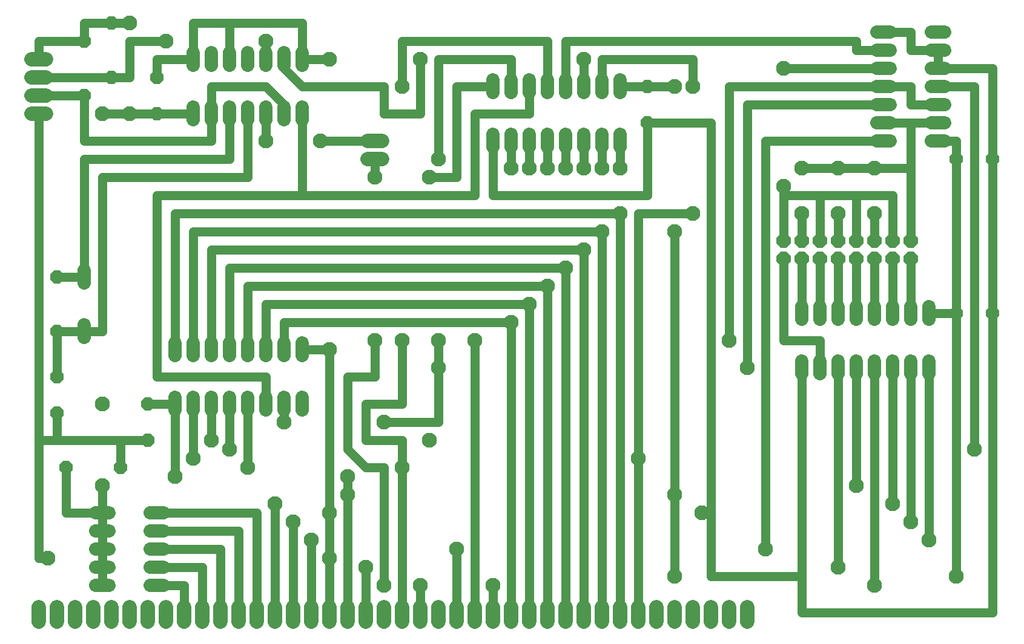
<source format=gbr>
G04 EAGLE Gerber RS-274X export*
G75*
%MOMM*%
%FSLAX34Y34*%
%LPD*%
%INBottom Copper*%
%IPPOS*%
%AMOC8*
5,1,8,0,0,1.08239X$1,22.5*%
G01*
%ADD10P,1.979475X8X112.500000*%
%ADD11P,1.979475X8X292.500000*%
%ADD12P,1.979475X8X22.500000*%
%ADD13C,1.828800*%
%ADD14C,2.032000*%
%ADD15P,2.199416X8X202.500000*%
%ADD16P,1.979475X8X202.500000*%
%ADD17C,1.270000*%
%ADD18C,2.100000*%


D10*
X50800Y-571500D03*
X50800Y-520700D03*
D11*
X177800Y-558800D03*
X177800Y-609600D03*
D12*
X1308100Y-431800D03*
X1358900Y-431800D03*
D11*
X876300Y-114300D03*
X876300Y-165100D03*
D13*
X88900Y-448056D02*
X88900Y-466344D01*
X88900Y-390144D02*
X88900Y-371856D01*
X241300Y-85344D02*
X241300Y-67056D01*
X266700Y-67056D02*
X266700Y-85344D01*
X393700Y-85344D02*
X393700Y-67056D01*
X393700Y-143256D02*
X393700Y-161544D01*
X292100Y-85344D02*
X292100Y-67056D01*
X317500Y-67056D02*
X317500Y-85344D01*
X368300Y-85344D02*
X368300Y-67056D01*
X342900Y-67056D02*
X342900Y-85344D01*
X368300Y-143256D02*
X368300Y-161544D01*
X342900Y-161544D02*
X342900Y-143256D01*
X317500Y-143256D02*
X317500Y-161544D01*
X292100Y-161544D02*
X292100Y-143256D01*
X266700Y-143256D02*
X266700Y-161544D01*
X241300Y-161544D02*
X241300Y-143256D01*
X838200Y-181356D02*
X838200Y-199644D01*
X812800Y-199644D02*
X812800Y-181356D01*
X685800Y-181356D02*
X685800Y-199644D01*
X660400Y-199644D02*
X660400Y-181356D01*
X787400Y-181356D02*
X787400Y-199644D01*
X762000Y-199644D02*
X762000Y-181356D01*
X711200Y-181356D02*
X711200Y-199644D01*
X736600Y-199644D02*
X736600Y-181356D01*
X660400Y-123444D02*
X660400Y-105156D01*
X685800Y-105156D02*
X685800Y-123444D01*
X711200Y-123444D02*
X711200Y-105156D01*
X736600Y-105156D02*
X736600Y-123444D01*
X762000Y-123444D02*
X762000Y-105156D01*
X787400Y-105156D02*
X787400Y-123444D01*
X812800Y-123444D02*
X812800Y-105156D01*
X838200Y-105156D02*
X838200Y-123444D01*
X215900Y-473456D02*
X215900Y-491744D01*
X241300Y-491744D02*
X241300Y-473456D01*
X368300Y-473456D02*
X368300Y-491744D01*
X393700Y-491744D02*
X393700Y-473456D01*
X266700Y-473456D02*
X266700Y-491744D01*
X292100Y-491744D02*
X292100Y-473456D01*
X342900Y-473456D02*
X342900Y-491744D01*
X317500Y-491744D02*
X317500Y-473456D01*
X393700Y-549656D02*
X393700Y-567944D01*
X368300Y-567944D02*
X368300Y-549656D01*
X342900Y-549656D02*
X342900Y-567944D01*
X317500Y-567944D02*
X317500Y-549656D01*
X292100Y-549656D02*
X292100Y-567944D01*
X266700Y-567944D02*
X266700Y-549656D01*
X241300Y-549656D02*
X241300Y-567944D01*
X215900Y-567944D02*
X215900Y-549656D01*
X1270000Y-517144D02*
X1270000Y-498856D01*
X1244600Y-498856D02*
X1244600Y-517144D01*
X1117600Y-517144D02*
X1117600Y-498856D01*
X1092200Y-498856D02*
X1092200Y-517144D01*
X1219200Y-517144D02*
X1219200Y-498856D01*
X1193800Y-498856D02*
X1193800Y-517144D01*
X1143000Y-517144D02*
X1143000Y-498856D01*
X1168400Y-498856D02*
X1168400Y-517144D01*
X1092200Y-440944D02*
X1092200Y-422656D01*
X1117600Y-422656D02*
X1117600Y-440944D01*
X1143000Y-440944D02*
X1143000Y-422656D01*
X1168400Y-422656D02*
X1168400Y-440944D01*
X1193800Y-440944D02*
X1193800Y-422656D01*
X1219200Y-422656D02*
X1219200Y-440944D01*
X1244600Y-440944D02*
X1244600Y-422656D01*
X1270000Y-422656D02*
X1270000Y-440944D01*
X1215644Y-190500D02*
X1197356Y-190500D01*
X1197356Y-165100D02*
X1215644Y-165100D01*
X1215644Y-38100D02*
X1197356Y-38100D01*
X1273556Y-38100D02*
X1291844Y-38100D01*
X1215644Y-139700D02*
X1197356Y-139700D01*
X1197356Y-114300D02*
X1215644Y-114300D01*
X1215644Y-63500D02*
X1197356Y-63500D01*
X1197356Y-88900D02*
X1215644Y-88900D01*
X1273556Y-63500D02*
X1291844Y-63500D01*
X1291844Y-88900D02*
X1273556Y-88900D01*
X1273556Y-114300D02*
X1291844Y-114300D01*
X1291844Y-139700D02*
X1273556Y-139700D01*
X1273556Y-165100D02*
X1291844Y-165100D01*
X1291844Y-190500D02*
X1273556Y-190500D01*
D14*
X25400Y-843280D02*
X25400Y-863600D01*
X50800Y-863600D02*
X50800Y-843280D01*
X76200Y-843280D02*
X76200Y-863600D01*
X101600Y-863600D02*
X101600Y-843280D01*
X127000Y-843280D02*
X127000Y-863600D01*
X152400Y-863600D02*
X152400Y-843280D01*
X177800Y-843280D02*
X177800Y-863600D01*
X203200Y-863600D02*
X203200Y-843280D01*
X228600Y-843280D02*
X228600Y-863600D01*
X254000Y-863600D02*
X254000Y-843280D01*
X279400Y-843280D02*
X279400Y-863600D01*
X304800Y-863600D02*
X304800Y-843280D01*
X330200Y-843280D02*
X330200Y-863600D01*
X355600Y-863600D02*
X355600Y-843280D01*
X381000Y-843280D02*
X381000Y-863600D01*
X406400Y-863600D02*
X406400Y-843280D01*
X431800Y-843280D02*
X431800Y-863600D01*
X457200Y-863600D02*
X457200Y-843280D01*
X482600Y-843280D02*
X482600Y-863600D01*
X508000Y-863600D02*
X508000Y-843280D01*
X533400Y-843280D02*
X533400Y-863600D01*
X558800Y-863600D02*
X558800Y-843280D01*
X584200Y-843280D02*
X584200Y-863600D01*
X609600Y-863600D02*
X609600Y-843280D01*
X635000Y-843280D02*
X635000Y-863600D01*
X660400Y-863600D02*
X660400Y-843280D01*
X685800Y-843280D02*
X685800Y-863600D01*
X711200Y-863600D02*
X711200Y-843280D01*
X736600Y-843280D02*
X736600Y-863600D01*
X762000Y-863600D02*
X762000Y-843280D01*
X787400Y-843280D02*
X787400Y-863600D01*
X812800Y-863600D02*
X812800Y-843280D01*
X838200Y-843280D02*
X838200Y-863600D01*
X863600Y-863600D02*
X863600Y-843280D01*
X889000Y-843280D02*
X889000Y-863600D01*
X914400Y-863600D02*
X914400Y-843280D01*
X939800Y-843280D02*
X939800Y-863600D01*
X965200Y-863600D02*
X965200Y-843280D01*
X990600Y-843280D02*
X990600Y-863600D01*
X1016000Y-863600D02*
X1016000Y-843280D01*
X35560Y-76200D02*
X15240Y-76200D01*
X15240Y-101600D02*
X35560Y-101600D01*
X35560Y-127000D02*
X15240Y-127000D01*
X15240Y-152400D02*
X35560Y-152400D01*
D11*
X127000Y-25400D03*
X127000Y-101600D03*
X88900Y-50800D03*
X88900Y-127000D03*
D10*
X50800Y-457200D03*
X50800Y-381000D03*
D15*
X1244600Y-355600D03*
X1244600Y-330200D03*
X1219200Y-355600D03*
X1219200Y-330200D03*
X1193800Y-355600D03*
X1193800Y-330200D03*
X1168400Y-355600D03*
X1168400Y-330200D03*
X1143000Y-355600D03*
X1143000Y-330200D03*
X1117600Y-355600D03*
X1117600Y-330200D03*
X1092200Y-355600D03*
X1092200Y-330200D03*
X1066800Y-355600D03*
X1066800Y-330200D03*
D10*
X190500Y-152400D03*
X190500Y-101600D03*
D14*
X485140Y-215900D02*
X505460Y-215900D01*
X505460Y-190500D02*
X485140Y-190500D01*
D12*
X1308100Y-215900D03*
X1358900Y-215900D03*
D13*
X123444Y-812800D02*
X105156Y-812800D01*
X181356Y-812800D02*
X199644Y-812800D01*
X123444Y-787400D02*
X105156Y-787400D01*
X181356Y-787400D02*
X199644Y-787400D01*
X123444Y-762000D02*
X105156Y-762000D01*
X181356Y-762000D02*
X199644Y-762000D01*
X123444Y-736600D02*
X105156Y-736600D01*
X181356Y-736600D02*
X199644Y-736600D01*
X123444Y-711200D02*
X105156Y-711200D01*
X181356Y-711200D02*
X199644Y-711200D01*
D16*
X139700Y-647700D03*
X63500Y-647700D03*
D17*
X1358900Y-215900D02*
X1358900Y-88900D01*
X431800Y-482600D02*
X393700Y-482600D01*
X241300Y-76200D02*
X190500Y-76200D01*
X190500Y-101600D01*
X241300Y-76200D02*
X241300Y-25400D01*
X292100Y-25400D01*
X292100Y-76200D01*
D18*
X38100Y-774700D03*
X431800Y-774700D03*
D17*
X38100Y-774700D02*
X25400Y-774700D01*
X25400Y-609600D01*
X25400Y-152400D01*
X139700Y-609600D02*
X177800Y-609600D01*
X139700Y-609600D02*
X50800Y-609600D01*
X25400Y-609600D01*
X1282700Y-88900D02*
X1282700Y-63500D01*
X1244600Y-63500D01*
X1244600Y-38100D01*
X1206500Y-38100D01*
X1092200Y-508000D02*
X1092200Y-800100D01*
X1092200Y-850900D01*
X1092200Y-800100D02*
X965200Y-800100D01*
X965200Y-711200D01*
X965200Y-165100D01*
X876300Y-165100D01*
X1282700Y-88900D02*
X1358900Y-88900D01*
D18*
X431800Y-711200D03*
D17*
X431800Y-774700D02*
X431800Y-863600D01*
D18*
X952500Y-711200D03*
D17*
X431800Y-711200D02*
X431800Y-774700D01*
X431800Y-711200D02*
X431800Y-482600D01*
X952500Y-711200D02*
X965200Y-711200D01*
D18*
X431800Y-482600D03*
X431800Y-76200D03*
D17*
X1358900Y-215900D02*
X1358900Y-431800D01*
X1358900Y-850900D01*
X1092200Y-850900D01*
X660400Y-266700D02*
X660400Y-190500D01*
X660400Y-266700D02*
X876300Y-266700D01*
X876300Y-165100D01*
X50800Y-571500D02*
X50800Y-609600D01*
X393700Y-76200D02*
X393700Y-25400D01*
X292100Y-25400D01*
X393700Y-76200D02*
X431800Y-76200D01*
X139700Y-609600D02*
X139700Y-647700D01*
X25400Y-76200D02*
X25400Y-50800D01*
X88900Y-50800D01*
X88900Y-25400D01*
X127000Y-25400D01*
X190500Y-152400D02*
X241300Y-152400D01*
D18*
X457200Y-660400D03*
X215900Y-660400D03*
X914400Y-800100D03*
X1308100Y-800100D03*
D17*
X876300Y-114300D02*
X838200Y-114300D01*
D18*
X152400Y-25400D03*
X114300Y-152400D03*
X114300Y-558800D03*
X152400Y-152400D03*
D17*
X114300Y-152400D01*
X152400Y-152400D02*
X190500Y-152400D01*
X152400Y-25400D02*
X127000Y-25400D01*
X177800Y-558800D02*
X215900Y-558800D01*
X215900Y-660400D01*
D18*
X457200Y-685800D03*
X914400Y-685800D03*
D17*
X457200Y-685800D02*
X457200Y-660400D01*
X457200Y-685800D02*
X457200Y-863600D01*
X914400Y-800100D02*
X914400Y-685800D01*
D18*
X914400Y-317500D03*
X914400Y-114300D03*
D17*
X914400Y-317500D02*
X914400Y-685800D01*
X914400Y-114300D02*
X876300Y-114300D01*
X1308100Y-431800D02*
X1308100Y-800100D01*
X1308100Y-431800D02*
X1270000Y-431800D01*
X1308100Y-431800D02*
X1308100Y-215900D01*
X1308100Y-190500D02*
X1282700Y-190500D01*
X1308100Y-190500D02*
X1308100Y-215900D01*
X228600Y-812800D02*
X228600Y-863600D01*
X228600Y-812800D02*
X190500Y-812800D01*
X254000Y-787400D02*
X254000Y-863600D01*
X254000Y-787400D02*
X190500Y-787400D01*
X279400Y-762000D02*
X279400Y-863600D01*
X279400Y-762000D02*
X190500Y-762000D01*
X304800Y-736600D02*
X304800Y-863600D01*
X304800Y-736600D02*
X190500Y-736600D01*
X330200Y-711200D02*
X330200Y-863600D01*
X330200Y-711200D02*
X190500Y-711200D01*
D18*
X355600Y-698500D03*
X1219200Y-698500D03*
D17*
X355600Y-698500D02*
X355600Y-863600D01*
X1219200Y-698500D02*
X1219200Y-508000D01*
D18*
X381000Y-723900D03*
X1244600Y-723900D03*
D17*
X381000Y-723900D02*
X381000Y-863600D01*
X1244600Y-723900D02*
X1244600Y-508000D01*
D18*
X406400Y-749300D03*
X1270000Y-749300D03*
D17*
X406400Y-749300D02*
X406400Y-863600D01*
X1270000Y-749300D02*
X1270000Y-508000D01*
D18*
X533400Y-647700D03*
X317500Y-647700D03*
X533400Y-469900D03*
X533400Y-114300D03*
D17*
X533400Y-50800D02*
X736600Y-50800D01*
X736600Y-114300D01*
X533400Y-114300D02*
X533400Y-50800D01*
X317500Y-558800D02*
X317500Y-647700D01*
X533400Y-647700D02*
X533400Y-863600D01*
X533400Y-609600D02*
X482600Y-609600D01*
X482600Y-558800D01*
X533400Y-558800D01*
X533400Y-469900D01*
X533400Y-609600D02*
X533400Y-647700D01*
D18*
X495300Y-241300D03*
X495300Y-469900D03*
X508000Y-812800D03*
X558800Y-812800D03*
D17*
X558800Y-863600D01*
X508000Y-812800D02*
X508000Y-647700D01*
X482600Y-647700D01*
X457200Y-622300D01*
X457200Y-520700D01*
X495300Y-520700D01*
X495300Y-469900D01*
X495300Y-241300D02*
X495300Y-215900D01*
X1041400Y-190500D02*
X1206500Y-190500D01*
D18*
X609600Y-762000D03*
X1041400Y-762000D03*
D17*
X609600Y-762000D02*
X609600Y-863600D01*
X1041400Y-762000D02*
X1041400Y-190500D01*
X990600Y-114300D02*
X1206500Y-114300D01*
D18*
X635000Y-469900D03*
X990600Y-469900D03*
D17*
X990600Y-114300D01*
X1206500Y-114300D02*
X1244600Y-114300D01*
X1244600Y-139700D01*
X1282700Y-139700D01*
X635000Y-469900D02*
X635000Y-863600D01*
D18*
X660400Y-812800D03*
X1193800Y-812800D03*
D17*
X660400Y-812800D02*
X660400Y-863600D01*
X1193800Y-812800D02*
X1193800Y-508000D01*
D18*
X685800Y-228600D03*
X685800Y-444500D03*
D17*
X368300Y-444500D01*
X368300Y-482600D01*
X685800Y-444500D02*
X685800Y-863600D01*
X685800Y-228600D02*
X685800Y-190500D01*
X342900Y-419100D02*
X342900Y-482600D01*
D18*
X711200Y-228600D03*
X711200Y-419100D03*
D17*
X711200Y-228600D02*
X711200Y-190500D01*
X711200Y-419100D02*
X342900Y-419100D01*
X711200Y-419100D02*
X711200Y-863600D01*
X317500Y-482600D02*
X317500Y-393700D01*
D18*
X736600Y-228600D03*
X736600Y-393700D03*
D17*
X317500Y-393700D01*
X736600Y-393700D02*
X736600Y-863600D01*
X736600Y-228600D02*
X736600Y-190500D01*
X292100Y-368300D02*
X292100Y-482600D01*
D18*
X762000Y-228600D03*
X762000Y-368300D03*
D17*
X292100Y-368300D01*
X762000Y-368300D02*
X762000Y-863600D01*
X762000Y-228600D02*
X762000Y-190500D01*
X266700Y-342900D02*
X266700Y-482600D01*
D18*
X787400Y-228600D03*
X787400Y-342900D03*
D17*
X266700Y-342900D01*
X787400Y-342900D02*
X787400Y-863600D01*
X787400Y-228600D02*
X787400Y-190500D01*
X241300Y-317500D02*
X241300Y-482600D01*
D18*
X812800Y-228600D03*
X812800Y-317500D03*
D17*
X241300Y-317500D01*
X812800Y-317500D02*
X812800Y-863600D01*
X812800Y-228600D02*
X812800Y-190500D01*
X838200Y-292100D02*
X215900Y-292100D01*
X215900Y-482600D01*
X838200Y-292100D02*
X838200Y-863600D01*
D18*
X838200Y-228600D03*
X838200Y-292100D03*
D17*
X838200Y-228600D02*
X838200Y-190500D01*
D18*
X241300Y-635000D03*
X863600Y-635000D03*
D17*
X241300Y-635000D02*
X241300Y-558800D01*
X863600Y-635000D02*
X863600Y-863600D01*
X812800Y-114300D02*
X812800Y-76200D01*
D18*
X939800Y-292100D03*
D17*
X863600Y-292100D02*
X863600Y-635000D01*
D18*
X939800Y-114300D03*
D17*
X939800Y-292100D02*
X863600Y-292100D01*
X939800Y-114300D02*
X939800Y-76200D01*
X812800Y-76200D01*
D18*
X482600Y-787400D03*
X1143000Y-787400D03*
D17*
X482600Y-787400D02*
X482600Y-863600D01*
X1143000Y-787400D02*
X1143000Y-508000D01*
X127000Y-101600D02*
X25400Y-101600D01*
X127000Y-101600D02*
X152400Y-101600D01*
D18*
X203200Y-50800D03*
X342900Y-50800D03*
D17*
X152400Y-50800D02*
X152400Y-101600D01*
X152400Y-50800D02*
X203200Y-50800D01*
X342900Y-50800D02*
X342900Y-76200D01*
X88900Y-127000D02*
X25400Y-127000D01*
X88900Y-127000D02*
X88900Y-190500D01*
X266700Y-190500D01*
X266700Y-152400D01*
X266700Y-114300D01*
X368300Y-139700D02*
X368300Y-152400D01*
X342900Y-114300D02*
X266700Y-114300D01*
X342900Y-114300D02*
X368300Y-139700D01*
X292100Y-152400D02*
X292100Y-215900D01*
X88900Y-215900D01*
X88900Y-381000D01*
X50800Y-381000D01*
X317500Y-241300D02*
X317500Y-152400D01*
X50800Y-457200D02*
X50800Y-520700D01*
X50800Y-457200D02*
X88900Y-457200D01*
X114300Y-457200D01*
X114300Y-241300D01*
X317500Y-241300D01*
D18*
X266700Y-609600D03*
X571500Y-609600D03*
D17*
X266700Y-609600D02*
X266700Y-558800D01*
D18*
X571500Y-241300D03*
D17*
X609600Y-241300D01*
X609600Y-114300D01*
X660400Y-114300D01*
X342900Y-520700D02*
X342900Y-558800D01*
X342900Y-520700D02*
X190500Y-520700D01*
X190500Y-266700D01*
X393700Y-266700D01*
X635000Y-266700D01*
X635000Y-152400D01*
X711200Y-152400D01*
X711200Y-114300D01*
X393700Y-152400D02*
X393700Y-266700D01*
D18*
X342900Y-190500D03*
X419100Y-190500D03*
D17*
X342900Y-190500D02*
X342900Y-152400D01*
X419100Y-190500D02*
X495300Y-190500D01*
X342900Y-152400D02*
X342900Y-139700D01*
X1066800Y-355600D02*
X1066800Y-469900D01*
X1117600Y-469900D01*
X1117600Y-508000D01*
X1092200Y-431800D02*
X1092200Y-355600D01*
X1117600Y-355600D02*
X1117600Y-431800D01*
X1244600Y-431800D02*
X1244600Y-355600D01*
X1219200Y-355600D02*
X1219200Y-431800D01*
X1193800Y-431800D02*
X1193800Y-355600D01*
X1168400Y-355600D02*
X1168400Y-431800D01*
X1143000Y-431800D02*
X1143000Y-355600D01*
X1066800Y-330200D02*
X1066800Y-266700D01*
X1117600Y-266700D01*
X1117600Y-330200D01*
X1117600Y-266700D02*
X1168400Y-266700D01*
X1168400Y-330200D01*
X1168400Y-266700D02*
X1219200Y-266700D01*
D18*
X1066800Y-88900D03*
X1066800Y-254000D03*
D17*
X1066800Y-88900D02*
X1206500Y-88900D01*
X1066800Y-254000D02*
X1066800Y-266700D01*
X1219200Y-266700D02*
X1219200Y-330200D01*
D18*
X368300Y-584200D03*
X508000Y-584200D03*
D17*
X368300Y-584200D02*
X368300Y-558800D01*
D18*
X584200Y-508000D03*
X584200Y-215900D03*
D17*
X584200Y-584200D02*
X508000Y-584200D01*
X584200Y-584200D02*
X584200Y-508000D01*
X685800Y-114300D02*
X685800Y-76200D01*
D18*
X1016000Y-508000D03*
D17*
X1016000Y-139700D02*
X1206500Y-139700D01*
D18*
X584200Y-469900D03*
D17*
X1016000Y-508000D02*
X1016000Y-139700D01*
X584200Y-76200D02*
X584200Y-215900D01*
X584200Y-76200D02*
X685800Y-76200D01*
X584200Y-469900D02*
X584200Y-508000D01*
X762000Y-114300D02*
X762000Y-50800D01*
X1168400Y-50800D01*
X1168400Y-63500D01*
X1206500Y-63500D01*
D18*
X1092200Y-292100D03*
X1143000Y-292100D03*
X1193800Y-292100D03*
X1092200Y-228600D03*
X1143000Y-228600D03*
X1193800Y-228600D03*
D17*
X1143000Y-228600D02*
X1092200Y-228600D01*
X1143000Y-228600D02*
X1193800Y-228600D01*
X1244600Y-228600D01*
X1244600Y-165100D02*
X1206500Y-165100D01*
X1244600Y-165100D02*
X1244600Y-228600D01*
X1244600Y-165100D02*
X1282700Y-165100D01*
X1092200Y-292100D02*
X1092200Y-330200D01*
X1143000Y-330200D02*
X1143000Y-292100D01*
X1193800Y-292100D02*
X1193800Y-330200D01*
X1244600Y-330200D02*
X1244600Y-228600D01*
D18*
X292100Y-622300D03*
X1333500Y-622300D03*
D17*
X292100Y-622300D02*
X292100Y-558800D01*
X1282700Y-114300D02*
X1333500Y-114300D01*
X1333500Y-622300D01*
D18*
X558800Y-76200D03*
X787400Y-76200D03*
D17*
X787400Y-114300D01*
X368300Y-88900D02*
X368300Y-76200D01*
X368300Y-88900D02*
X393700Y-114300D01*
X508000Y-114300D01*
X508000Y-152400D01*
X558800Y-152400D01*
X558800Y-76200D01*
X114300Y-787400D02*
X114300Y-812800D01*
X114300Y-787400D02*
X114300Y-781558D01*
X63500Y-711200D02*
X63500Y-647700D01*
X63500Y-711200D02*
X114300Y-711200D01*
X114300Y-736600D01*
X114300Y-762000D02*
X114300Y-787400D01*
X114300Y-762000D02*
X114300Y-736600D01*
D18*
X114300Y-673100D03*
X1168400Y-673100D03*
D17*
X114300Y-673100D02*
X114300Y-711200D01*
X1168400Y-673100D02*
X1168400Y-508000D01*
M02*

</source>
